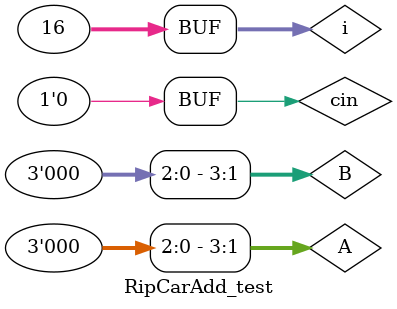
<source format=v>
`timescale 1ns / 1ps

module RipCarAdd_test();
reg [3:0] A,B;
reg cin;
wire [3:0] S;
wire C;
integer i;

RipCarAdd uut(A,B,cin,S,C);

initial begin

for(cin = 0; cin<=1; cin = cin+1)begin
for(i = 0; i<=15; i = i+1) begin
A = $urandom;
B = $urandom;
#10;
end
end
end

endmodule

</source>
